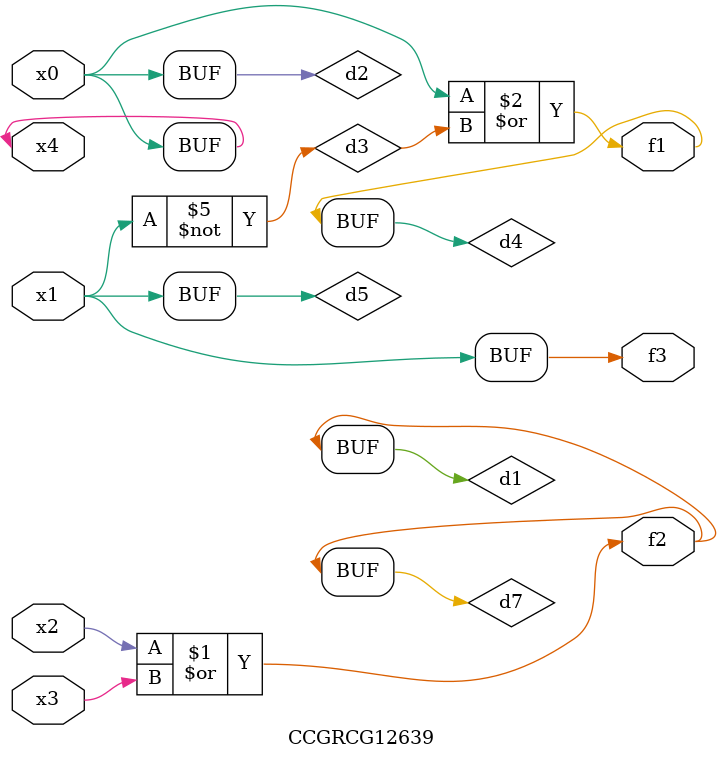
<source format=v>
module CCGRCG12639(
	input x0, x1, x2, x3, x4,
	output f1, f2, f3
);

	wire d1, d2, d3, d4, d5, d6, d7;

	or (d1, x2, x3);
	buf (d2, x0, x4);
	not (d3, x1);
	or (d4, d2, d3);
	not (d5, d3);
	nand (d6, d1, d3);
	or (d7, d1);
	assign f1 = d4;
	assign f2 = d7;
	assign f3 = d5;
endmodule

</source>
